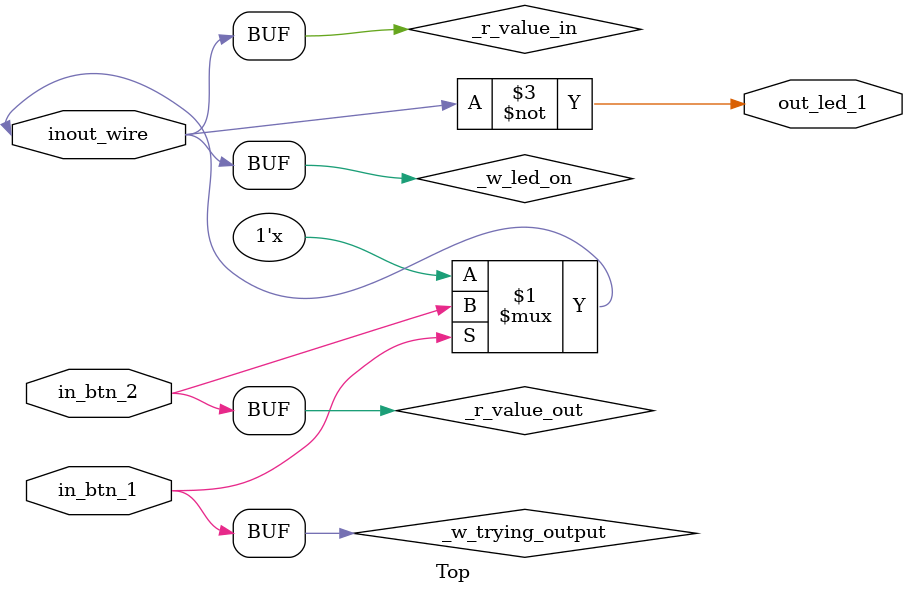
<source format=v>
/**
 * 三态门示例代码
 * @param inout_wire 三态门输入输出端口
 * @param in_btn_1 为0(默认)则表示当前处于输入状态，为1则处于输出状态
 * @param in_btn_2 当三态门处于输出状态时，用来控制输出的值，为0(默认)时输出0，否则输出1
 * @return out_led_1 用来表明当前三态门的输入情况。当处于输入状态时，根据输入结果显示亮灭；当处于输出状态时，灯灭
 */

/**
 * 实验结果：
 * 1. 当请求输出高阻抗时，输入能够读取到线上的实际值
 * 2. 当请求输出低电平时，输入能够读取到的也是低电平
 * 3. 当请求输出高电平时，输入能够读取到的也是高电平
 * 4. 当请求输出高电平，但此时外部已经被拉低时，输入能够读取到的依旧是低电平！
 */

module Top(
    inout wire inout_wire,
    input wire in_btn_1,
    input wire in_btn_2,
    output wire out_led_1
);

    reg _r_value_in;
    reg _r_value_out;
    wire _w_trying_output = in_btn_1;
    assign inout_wire = _w_trying_output ? _r_value_out : 1'bz;

    always @(*) begin
        _r_value_in = inout_wire;
        _r_value_out = in_btn_2;
    end

    wire _w_led_on = _r_value_in;
    assign out_led_1 = ~_w_led_on; // 我用的板子led高电平灭，低电平亮

endmodule

</source>
